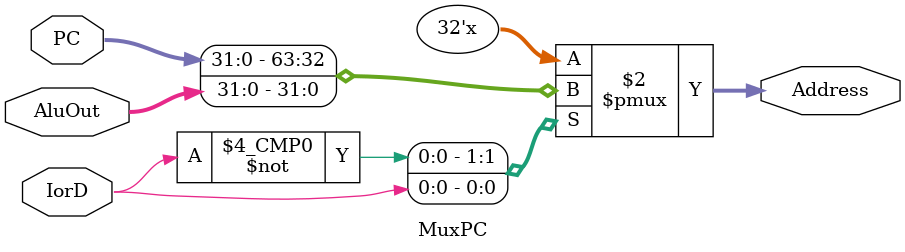
<source format=sv>
module MuxPC
(	input logic [31:0] PC,
	input logic [31:0] AluOut,
	input logic IorD,
	output logic [31:0] Address
	);
	
	always_comb
	begin
		case(IorD)
		1'b0: Address <= PC;
		1'b1: Address <= AluOut;
		endcase
	end

endmodule: MuxPC
</source>
